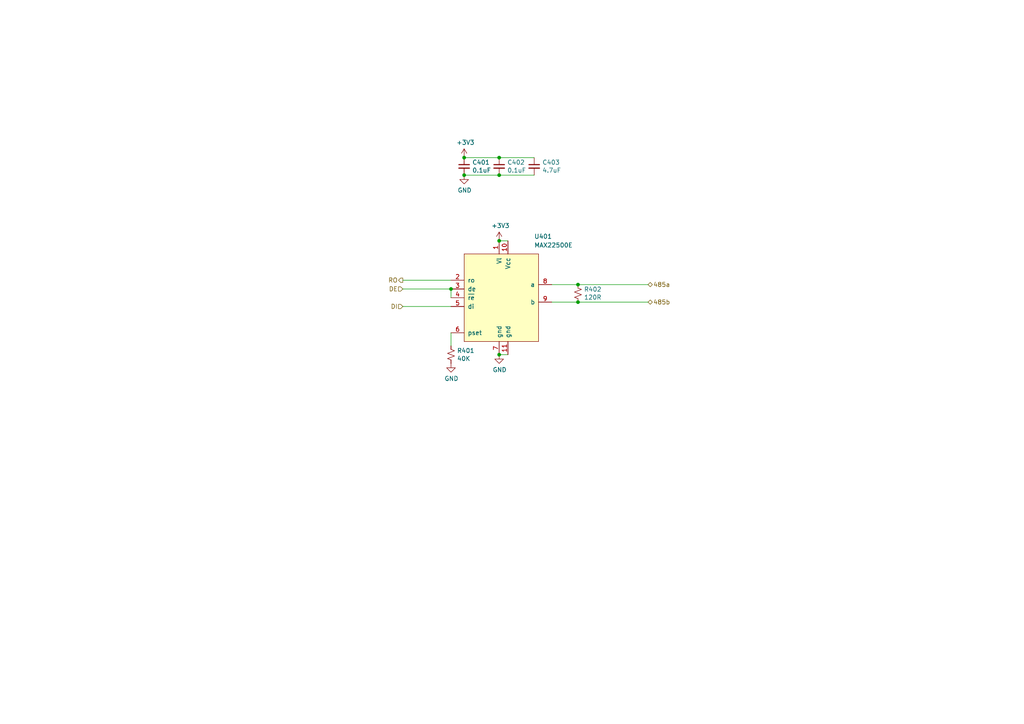
<source format=kicad_sch>
(kicad_sch (version 20210621) (generator eeschema)

  (uuid 0c4d398d-9469-4350-bb1c-cac1717628c8)

  (paper "A4")

  (lib_symbols
    (symbol "Device:C_Small" (pin_numbers hide) (pin_names (offset 0.254) hide) (in_bom yes) (on_board yes)
      (property "Reference" "C" (id 0) (at 0.254 1.778 0)
        (effects (font (size 1.27 1.27)) (justify left))
      )
      (property "Value" "C_Small" (id 1) (at 0.254 -2.032 0)
        (effects (font (size 1.27 1.27)) (justify left))
      )
      (property "Footprint" "" (id 2) (at 0 0 0)
        (effects (font (size 1.27 1.27)) hide)
      )
      (property "Datasheet" "~" (id 3) (at 0 0 0)
        (effects (font (size 1.27 1.27)) hide)
      )
      (property "ki_keywords" "capacitor cap" (id 4) (at 0 0 0)
        (effects (font (size 1.27 1.27)) hide)
      )
      (property "ki_description" "Unpolarized capacitor, small symbol" (id 5) (at 0 0 0)
        (effects (font (size 1.27 1.27)) hide)
      )
      (property "ki_fp_filters" "C_*" (id 6) (at 0 0 0)
        (effects (font (size 1.27 1.27)) hide)
      )
      (symbol "C_Small_0_1"
        (polyline
          (pts
            (xy -1.524 -0.508)
            (xy 1.524 -0.508)
          )
          (stroke (width 0.3302) (type default) (color 0 0 0 0))
          (fill (type none))
        )
        (polyline
          (pts
            (xy -1.524 0.508)
            (xy 1.524 0.508)
          )
          (stroke (width 0.3048) (type default) (color 0 0 0 0))
          (fill (type none))
        )
      )
      (symbol "C_Small_1_1"
        (pin passive line (at 0 2.54 270) (length 2.032)
          (name "~" (effects (font (size 1.27 1.27))))
          (number "1" (effects (font (size 1.27 1.27))))
        )
        (pin passive line (at 0 -2.54 90) (length 2.032)
          (name "~" (effects (font (size 1.27 1.27))))
          (number "2" (effects (font (size 1.27 1.27))))
        )
      )
    )
    (symbol "Device:R_Small_US" (pin_numbers hide) (pin_names (offset 0.254) hide) (in_bom yes) (on_board yes)
      (property "Reference" "R" (id 0) (at 0.762 0.508 0)
        (effects (font (size 1.27 1.27)) (justify left))
      )
      (property "Value" "R_Small_US" (id 1) (at 0.762 -1.016 0)
        (effects (font (size 1.27 1.27)) (justify left))
      )
      (property "Footprint" "" (id 2) (at 0 0 0)
        (effects (font (size 1.27 1.27)) hide)
      )
      (property "Datasheet" "~" (id 3) (at 0 0 0)
        (effects (font (size 1.27 1.27)) hide)
      )
      (property "ki_keywords" "r resistor" (id 4) (at 0 0 0)
        (effects (font (size 1.27 1.27)) hide)
      )
      (property "ki_description" "Resistor, small US symbol" (id 5) (at 0 0 0)
        (effects (font (size 1.27 1.27)) hide)
      )
      (property "ki_fp_filters" "R_*" (id 6) (at 0 0 0)
        (effects (font (size 1.27 1.27)) hide)
      )
      (symbol "R_Small_US_1_1"
        (polyline
          (pts
            (xy 0 0)
            (xy 1.016 -0.381)
            (xy 0 -0.762)
            (xy -1.016 -1.143)
            (xy 0 -1.524)
          )
          (stroke (width 0) (type default) (color 0 0 0 0))
          (fill (type none))
        )
        (polyline
          (pts
            (xy 0 1.524)
            (xy 1.016 1.143)
            (xy 0 0.762)
            (xy -1.016 0.381)
            (xy 0 0)
          )
          (stroke (width 0) (type default) (color 0 0 0 0))
          (fill (type none))
        )
        (pin passive line (at 0 2.54 270) (length 1.016)
          (name "~" (effects (font (size 1.27 1.27))))
          (number "1" (effects (font (size 1.27 1.27))))
        )
        (pin passive line (at 0 -2.54 90) (length 1.016)
          (name "~" (effects (font (size 1.27 1.27))))
          (number "2" (effects (font (size 1.27 1.27))))
        )
      )
    )
    (symbol "power:+3.3V" (power) (pin_names (offset 0)) (in_bom yes) (on_board yes)
      (property "Reference" "#PWR" (id 0) (at 0 -3.81 0)
        (effects (font (size 1.27 1.27)) hide)
      )
      (property "Value" "+3.3V" (id 1) (at 0 3.556 0)
        (effects (font (size 1.27 1.27)))
      )
      (property "Footprint" "" (id 2) (at 0 0 0)
        (effects (font (size 1.27 1.27)) hide)
      )
      (property "Datasheet" "" (id 3) (at 0 0 0)
        (effects (font (size 1.27 1.27)) hide)
      )
      (property "ki_keywords" "power-flag" (id 4) (at 0 0 0)
        (effects (font (size 1.27 1.27)) hide)
      )
      (property "ki_description" "Power symbol creates a global label with name \"+3.3V\"" (id 5) (at 0 0 0)
        (effects (font (size 1.27 1.27)) hide)
      )
      (symbol "+3.3V_0_1"
        (polyline
          (pts
            (xy -0.762 1.27)
            (xy 0 2.54)
          )
          (stroke (width 0) (type default) (color 0 0 0 0))
          (fill (type none))
        )
        (polyline
          (pts
            (xy 0 0)
            (xy 0 2.54)
          )
          (stroke (width 0) (type default) (color 0 0 0 0))
          (fill (type none))
        )
        (polyline
          (pts
            (xy 0 2.54)
            (xy 0.762 1.27)
          )
          (stroke (width 0) (type default) (color 0 0 0 0))
          (fill (type none))
        )
      )
      (symbol "+3.3V_1_1"
        (pin power_in line (at 0 0 90) (length 0) hide
          (name "+3V3" (effects (font (size 1.27 1.27))))
          (number "1" (effects (font (size 1.27 1.27))))
        )
      )
    )
    (symbol "power:GND" (power) (pin_names (offset 0)) (in_bom yes) (on_board yes)
      (property "Reference" "#PWR" (id 0) (at 0 -6.35 0)
        (effects (font (size 1.27 1.27)) hide)
      )
      (property "Value" "GND" (id 1) (at 0 -3.81 0)
        (effects (font (size 1.27 1.27)))
      )
      (property "Footprint" "" (id 2) (at 0 0 0)
        (effects (font (size 1.27 1.27)) hide)
      )
      (property "Datasheet" "" (id 3) (at 0 0 0)
        (effects (font (size 1.27 1.27)) hide)
      )
      (property "ki_keywords" "power-flag" (id 4) (at 0 0 0)
        (effects (font (size 1.27 1.27)) hide)
      )
      (property "ki_description" "Power symbol creates a global label with name \"GND\" , ground" (id 5) (at 0 0 0)
        (effects (font (size 1.27 1.27)) hide)
      )
      (symbol "GND_0_1"
        (polyline
          (pts
            (xy 0 0)
            (xy 0 -1.27)
            (xy 1.27 -1.27)
            (xy 0 -2.54)
            (xy -1.27 -1.27)
            (xy 0 -1.27)
          )
          (stroke (width 0) (type default) (color 0 0 0 0))
          (fill (type none))
        )
      )
      (symbol "GND_1_1"
        (pin power_in line (at 0 0 270) (length 0) hide
          (name "GND" (effects (font (size 1.27 1.27))))
          (number "1" (effects (font (size 1.27 1.27))))
        )
      )
    )
    (symbol "sub_board:MAX22500E" (pin_names (offset 1.016)) (in_bom yes) (on_board yes)
      (property "Reference" "U" (id 0) (at -12.7 21.59 0)
        (effects (font (size 1.27 1.27)))
      )
      (property "Value" "MAX22500E" (id 1) (at -7.62 19.05 0)
        (effects (font (size 1.27 1.27)))
      )
      (property "Footprint" "" (id 2) (at 0 0 0)
        (effects (font (size 1.27 1.27)) hide)
      )
      (property "Datasheet" "" (id 3) (at 0 0 0)
        (effects (font (size 1.27 1.27)) hide)
      )
      (symbol "MAX22500E_0_1"
        (rectangle (start -11.43 15.24) (end 10.16 -10.16)
          (stroke (width 0) (type default) (color 0 0 0 0))
          (fill (type background))
        )
      )
      (symbol "MAX22500E_1_1"
        (pin passive line (at -1.27 19.05 270) (length 3.81)
          (name "Vl" (effects (font (size 1.27 1.27))))
          (number "1" (effects (font (size 1.27 1.27))))
        )
        (pin passive line (at 1.27 19.05 270) (length 3.81)
          (name "Vcc" (effects (font (size 1.27 1.27))))
          (number "10" (effects (font (size 1.27 1.27))))
        )
        (pin passive line (at 1.27 -13.97 90) (length 3.81)
          (name "gnd" (effects (font (size 1.27 1.27))))
          (number "11" (effects (font (size 1.27 1.27))))
        )
        (pin passive line (at -15.24 7.62 0) (length 3.81)
          (name "ro" (effects (font (size 1.27 1.27))))
          (number "2" (effects (font (size 1.27 1.27))))
        )
        (pin passive line (at -15.24 5.08 0) (length 3.81)
          (name "de~{}" (effects (font (size 1.27 1.27))))
          (number "3" (effects (font (size 1.27 1.27))))
        )
        (pin passive line (at -15.24 2.54 0) (length 3.81)
          (name "~{re}" (effects (font (size 1.27 1.27))))
          (number "4" (effects (font (size 1.27 1.27))))
        )
        (pin passive line (at -15.24 0 0) (length 3.81)
          (name "di" (effects (font (size 1.27 1.27))))
          (number "5" (effects (font (size 1.27 1.27))))
        )
        (pin passive line (at -15.24 -7.62 0) (length 3.81)
          (name "pset" (effects (font (size 1.27 1.27))))
          (number "6" (effects (font (size 1.27 1.27))))
        )
        (pin passive line (at -1.27 -13.97 90) (length 3.81)
          (name "gnd" (effects (font (size 1.27 1.27))))
          (number "7" (effects (font (size 1.27 1.27))))
        )
        (pin passive line (at 13.97 6.35 180) (length 3.81)
          (name "a" (effects (font (size 1.27 1.27))))
          (number "8" (effects (font (size 1.27 1.27))))
        )
        (pin passive line (at 13.97 1.27 180) (length 3.81)
          (name "b" (effects (font (size 1.27 1.27))))
          (number "9" (effects (font (size 1.27 1.27))))
        )
      )
    )
  )

  (junction (at 130.81 83.82) (diameter 0) (color 0 0 0 0))
  (junction (at 134.62 45.72) (diameter 0) (color 0 0 0 0))
  (junction (at 134.62 50.8) (diameter 0) (color 0 0 0 0))
  (junction (at 144.78 45.72) (diameter 0) (color 0 0 0 0))
  (junction (at 144.78 50.8) (diameter 0) (color 0 0 0 0))
  (junction (at 144.78 69.85) (diameter 0) (color 0 0 0 0))
  (junction (at 144.78 102.87) (diameter 0) (color 0 0 0 0))
  (junction (at 167.64 82.55) (diameter 0) (color 0 0 0 0))
  (junction (at 167.64 87.63) (diameter 0) (color 0 0 0 0))

  (wire (pts (xy 116.84 81.28) (xy 130.81 81.28))
    (stroke (width 0) (type default) (color 0 0 0 0))
    (uuid 2da8a56f-86b5-49c6-9097-c93f980e4c74)
  )
  (wire (pts (xy 130.81 83.82) (xy 116.84 83.82))
    (stroke (width 0) (type default) (color 0 0 0 0))
    (uuid f1921959-fffe-4e25-a3c8-dc78205d5a5a)
  )
  (wire (pts (xy 130.81 86.36) (xy 130.81 83.82))
    (stroke (width 0) (type default) (color 0 0 0 0))
    (uuid bb546060-7a93-4636-a795-6a5779445299)
  )
  (wire (pts (xy 130.81 88.9) (xy 116.84 88.9))
    (stroke (width 0) (type default) (color 0 0 0 0))
    (uuid 2fef8823-1b18-4a2b-90b6-6201e053b620)
  )
  (wire (pts (xy 130.81 100.33) (xy 130.81 96.52))
    (stroke (width 0) (type default) (color 0 0 0 0))
    (uuid 47a07cf2-769e-4cb7-a47f-4a3b40d260b5)
  )
  (wire (pts (xy 134.62 50.8) (xy 144.78 50.8))
    (stroke (width 0) (type default) (color 0 0 0 0))
    (uuid e2511a37-cf3e-41dc-b48e-255f91939d93)
  )
  (wire (pts (xy 144.78 45.72) (xy 134.62 45.72))
    (stroke (width 0) (type default) (color 0 0 0 0))
    (uuid 338358f5-26c4-4c60-a577-0c0942a66d91)
  )
  (wire (pts (xy 144.78 50.8) (xy 154.94 50.8))
    (stroke (width 0) (type default) (color 0 0 0 0))
    (uuid 074b0b14-bf44-4522-ae2e-bac7ec6636fb)
  )
  (wire (pts (xy 144.78 102.87) (xy 147.32 102.87))
    (stroke (width 0) (type default) (color 0 0 0 0))
    (uuid 4f971d4e-59f1-4926-8e79-e56805e0e7b3)
  )
  (wire (pts (xy 147.32 69.85) (xy 144.78 69.85))
    (stroke (width 0) (type default) (color 0 0 0 0))
    (uuid fea0e353-5a11-4851-b038-1d992223d6de)
  )
  (wire (pts (xy 154.94 45.72) (xy 144.78 45.72))
    (stroke (width 0) (type default) (color 0 0 0 0))
    (uuid 66218ebc-4506-4509-9a78-7f28b66e5424)
  )
  (wire (pts (xy 160.02 82.55) (xy 167.64 82.55))
    (stroke (width 0) (type default) (color 0 0 0 0))
    (uuid 4a18d747-094d-4bfb-bc87-737a352bbc79)
  )
  (wire (pts (xy 160.02 87.63) (xy 167.64 87.63))
    (stroke (width 0) (type default) (color 0 0 0 0))
    (uuid 2c52a3e3-27d5-4659-b906-b1c68082f1fd)
  )
  (wire (pts (xy 167.64 82.55) (xy 187.96 82.55))
    (stroke (width 0) (type default) (color 0 0 0 0))
    (uuid ff0ab2e3-b586-47bb-81a7-f4edd9042f4d)
  )
  (wire (pts (xy 167.64 87.63) (xy 187.96 87.63))
    (stroke (width 0) (type default) (color 0 0 0 0))
    (uuid d2b101aa-d332-476a-8d9b-73669abc0c04)
  )

  (hierarchical_label "RO" (shape output) (at 116.84 81.28 180)
    (effects (font (size 1.27 1.27)) (justify right))
    (uuid 08ed6ecc-485e-414e-bac5-4fdd74c4fcb0)
  )
  (hierarchical_label "DE" (shape input) (at 116.84 83.82 180)
    (effects (font (size 1.27 1.27)) (justify right))
    (uuid 1ae83e3c-085a-4f25-9104-3debea3ede49)
  )
  (hierarchical_label "DI" (shape input) (at 116.84 88.9 180)
    (effects (font (size 1.27 1.27)) (justify right))
    (uuid 818de793-0b1f-412d-a6a4-3122a9131f38)
  )
  (hierarchical_label "485a" (shape bidirectional) (at 187.96 82.55 0)
    (effects (font (size 1.27 1.27)) (justify left))
    (uuid 6b307db4-ca73-48b9-96b2-352c02183706)
  )
  (hierarchical_label "485b" (shape bidirectional) (at 187.96 87.63 0)
    (effects (font (size 1.27 1.27)) (justify left))
    (uuid 10f79740-c74d-4041-8f80-fe0ce1c37cb3)
  )

  (symbol (lib_id "power:+3.3V") (at 134.62 45.72 0) (unit 1)
    (in_bom yes) (on_board yes)
    (uuid 00000000-0000-0000-0000-00006167c3bb)
    (property "Reference" "#PWR0402" (id 0) (at 134.62 49.53 0)
      (effects (font (size 1.27 1.27)) hide)
    )
    (property "Value" "+3.3V" (id 1) (at 135.001 41.3258 0))
    (property "Footprint" "" (id 2) (at 134.62 45.72 0)
      (effects (font (size 1.27 1.27)) hide)
    )
    (property "Datasheet" "" (id 3) (at 134.62 45.72 0)
      (effects (font (size 1.27 1.27)) hide)
    )
    (pin "1" (uuid 646e9c65-a42f-444a-ae04-808ebca10cee))
  )

  (symbol (lib_id "power:+3.3V") (at 144.78 69.85 0) (unit 1)
    (in_bom yes) (on_board yes)
    (uuid 00000000-0000-0000-0000-000061678abe)
    (property "Reference" "#PWR0404" (id 0) (at 144.78 73.66 0)
      (effects (font (size 1.27 1.27)) hide)
    )
    (property "Value" "+3.3V" (id 1) (at 145.161 65.4558 0))
    (property "Footprint" "" (id 2) (at 144.78 69.85 0)
      (effects (font (size 1.27 1.27)) hide)
    )
    (property "Datasheet" "" (id 3) (at 144.78 69.85 0)
      (effects (font (size 1.27 1.27)) hide)
    )
    (pin "1" (uuid 667c2f6c-e923-4743-957a-f7e405c3fdd0))
  )

  (symbol (lib_id "power:GND") (at 130.81 105.41 0) (unit 1)
    (in_bom yes) (on_board yes)
    (uuid 00000000-0000-0000-0000-00006167b4ea)
    (property "Reference" "#PWR0401" (id 0) (at 130.81 111.76 0)
      (effects (font (size 1.27 1.27)) hide)
    )
    (property "Value" "GND" (id 1) (at 130.937 109.8042 0))
    (property "Footprint" "" (id 2) (at 130.81 105.41 0)
      (effects (font (size 1.27 1.27)) hide)
    )
    (property "Datasheet" "" (id 3) (at 130.81 105.41 0)
      (effects (font (size 1.27 1.27)) hide)
    )
    (pin "1" (uuid 2392f3e4-976b-4c8e-92e0-d295fffbe50b))
  )

  (symbol (lib_id "power:GND") (at 134.62 50.8 0) (unit 1)
    (in_bom yes) (on_board yes)
    (uuid 00000000-0000-0000-0000-00006167c7ea)
    (property "Reference" "#PWR0403" (id 0) (at 134.62 57.15 0)
      (effects (font (size 1.27 1.27)) hide)
    )
    (property "Value" "GND" (id 1) (at 134.747 55.1942 0))
    (property "Footprint" "" (id 2) (at 134.62 50.8 0)
      (effects (font (size 1.27 1.27)) hide)
    )
    (property "Datasheet" "" (id 3) (at 134.62 50.8 0)
      (effects (font (size 1.27 1.27)) hide)
    )
    (pin "1" (uuid b8659836-8347-4b75-aae6-0d06fbdeab99))
  )

  (symbol (lib_id "power:GND") (at 144.78 102.87 0) (unit 1)
    (in_bom yes) (on_board yes)
    (uuid 00000000-0000-0000-0000-000061678ff3)
    (property "Reference" "#PWR0405" (id 0) (at 144.78 109.22 0)
      (effects (font (size 1.27 1.27)) hide)
    )
    (property "Value" "GND" (id 1) (at 144.907 107.2642 0))
    (property "Footprint" "" (id 2) (at 144.78 102.87 0)
      (effects (font (size 1.27 1.27)) hide)
    )
    (property "Datasheet" "" (id 3) (at 144.78 102.87 0)
      (effects (font (size 1.27 1.27)) hide)
    )
    (pin "1" (uuid a8b3740e-d29b-4082-9292-0e233403fd5a))
  )

  (symbol (lib_id "Device:R_Small_US") (at 130.81 102.87 0) (unit 1)
    (in_bom yes) (on_board yes)
    (uuid 00000000-0000-0000-0000-00006167ac91)
    (property "Reference" "R401" (id 0) (at 132.5372 101.7016 0)
      (effects (font (size 1.27 1.27)) (justify left))
    )
    (property "Value" "40K" (id 1) (at 132.5372 104.013 0)
      (effects (font (size 1.27 1.27)) (justify left))
    )
    (property "Footprint" "Resistor_SMD:R_0402_1005Metric" (id 2) (at 130.81 102.87 0)
      (effects (font (size 1.27 1.27)) hide)
    )
    (property "Datasheet" "RMCF0402FT40K2CT-ND" (id 3) (at 130.81 102.87 0)
      (effects (font (size 1.27 1.27)) hide)
    )
    (pin "1" (uuid 4422103a-e15a-48a3-b8c9-6e80e0bfae01))
    (pin "2" (uuid 806cfdbe-f8f6-4ff6-8397-cbe2c50059bd))
  )

  (symbol (lib_id "Device:R_Small_US") (at 167.64 85.09 0) (unit 1)
    (in_bom yes) (on_board yes)
    (uuid 00000000-0000-0000-0000-00006167952f)
    (property "Reference" "R402" (id 0) (at 169.3672 83.9216 0)
      (effects (font (size 1.27 1.27)) (justify left))
    )
    (property "Value" "120R" (id 1) (at 169.3672 86.233 0)
      (effects (font (size 1.27 1.27)) (justify left))
    )
    (property "Footprint" "Resistor_SMD:R_1206_3216Metric" (id 2) (at 167.64 85.09 0)
      (effects (font (size 1.27 1.27)) hide)
    )
    (property "Datasheet" "A129799CT-ND" (id 3) (at 167.64 85.09 0)
      (effects (font (size 1.27 1.27)) hide)
    )
    (pin "1" (uuid d6ddd255-c0af-4c38-b0c9-1a08da42df8c))
    (pin "2" (uuid f993ca41-8586-44ec-890e-6c56d0b56f15))
  )

  (symbol (lib_id "Device:C_Small") (at 134.62 48.26 0) (unit 1)
    (in_bom yes) (on_board yes)
    (uuid 00000000-0000-0000-0000-00006167b911)
    (property "Reference" "C401" (id 0) (at 136.9568 47.0916 0)
      (effects (font (size 1.27 1.27)) (justify left))
    )
    (property "Value" "0.1uF" (id 1) (at 136.9568 49.403 0)
      (effects (font (size 1.27 1.27)) (justify left))
    )
    (property "Footprint" "Capacitor_SMD:C_0402_1005Metric" (id 2) (at 134.62 48.26 0)
      (effects (font (size 1.27 1.27)) hide)
    )
    (property "Datasheet" "1292-1630-1-ND" (id 3) (at 134.62 48.26 0)
      (effects (font (size 1.27 1.27)) hide)
    )
    (pin "1" (uuid 8e35b24f-2a5e-4cad-ad95-d7ccb6440bcf))
    (pin "2" (uuid e4c28ee2-e8e7-4f4d-b778-00a002631fea))
  )

  (symbol (lib_id "Device:C_Small") (at 144.78 48.26 0) (unit 1)
    (in_bom yes) (on_board yes)
    (uuid 00000000-0000-0000-0000-00006167be53)
    (property "Reference" "C402" (id 0) (at 147.1168 47.0916 0)
      (effects (font (size 1.27 1.27)) (justify left))
    )
    (property "Value" "0.1uF" (id 1) (at 147.1168 49.403 0)
      (effects (font (size 1.27 1.27)) (justify left))
    )
    (property "Footprint" "Capacitor_SMD:C_0402_1005Metric" (id 2) (at 144.78 48.26 0)
      (effects (font (size 1.27 1.27)) hide)
    )
    (property "Datasheet" "1292-1630-1-ND" (id 3) (at 144.78 48.26 0)
      (effects (font (size 1.27 1.27)) hide)
    )
    (pin "1" (uuid e5b826c8-471b-4957-bc25-d7778464db1b))
    (pin "2" (uuid 0ed16ba4-3230-426e-826b-e8436e124cbe))
  )

  (symbol (lib_id "Device:C_Small") (at 154.94 48.26 0) (unit 1)
    (in_bom yes) (on_board yes)
    (uuid 00000000-0000-0000-0000-00006167cd48)
    (property "Reference" "C403" (id 0) (at 157.2768 47.0916 0)
      (effects (font (size 1.27 1.27)) (justify left))
    )
    (property "Value" "4.7uF" (id 1) (at 157.2768 49.403 0)
      (effects (font (size 1.27 1.27)) (justify left))
    )
    (property "Footprint" "Capacitor_SMD:C_0603_1608Metric" (id 2) (at 154.94 48.26 0)
      (effects (font (size 1.27 1.27)) hide)
    )
    (property "Datasheet" "1276-1044-1-ND" (id 3) (at 154.94 48.26 0)
      (effects (font (size 1.27 1.27)) hide)
    )
    (pin "1" (uuid 7200bac1-1561-47ca-ba07-0b39edf3df49))
    (pin "2" (uuid 268a4e09-8fdf-44f4-9139-71ac6eb2c8a9))
  )

  (symbol (lib_id "sub_board:MAX22500E") (at 146.05 88.9 0) (unit 1)
    (in_bom yes) (on_board yes)
    (uuid 00000000-0000-0000-0000-000061678045)
    (property "Reference" "U401" (id 0) (at 154.94 68.58 0)
      (effects (font (size 1.27 1.27)) (justify left))
    )
    (property "Value" "MAX22500E" (id 1) (at 154.94 71.12 0)
      (effects (font (size 1.27 1.27)) (justify left))
    )
    (property "Footprint" "Package_DFN_QFN:DFN-10-1EP_3x3mm_P0.5mm_EP1.55x2.48mm" (id 2) (at 146.05 88.9 0)
      (effects (font (size 1.27 1.27)) hide)
    )
    (property "Datasheet" "MAX22500EATB+-ND" (id 3) (at 146.05 88.9 0)
      (effects (font (size 1.27 1.27)) hide)
    )
    (pin "1" (uuid 4f192459-a841-4bd5-aa70-f3e07e3fc792))
    (pin "10" (uuid 7f8161a4-ea37-4364-b4a4-1e91308dd81f))
    (pin "11" (uuid 1b90e9e7-c1eb-4dc1-92eb-85933ab90a74))
    (pin "2" (uuid a3d91e48-cefb-4403-89ca-ac3bc404ff27))
    (pin "3" (uuid 0573befe-a3ac-4605-b12e-829e6377a46b))
    (pin "4" (uuid 6ed9f500-c56f-4e61-a80c-ecab01600339))
    (pin "5" (uuid 857e450e-d6f7-4ac2-b85a-7e086a9059dc))
    (pin "6" (uuid 34f6a3ae-065d-4dcf-96bd-17ba4b648e79))
    (pin "7" (uuid 35ca2cac-f69d-4683-ae12-c5b2dbc5977d))
    (pin "8" (uuid 066129df-5639-40db-82cc-4952de889078))
    (pin "9" (uuid e7002938-c80e-4382-b72f-77ef659647e8))
  )
)

</source>
